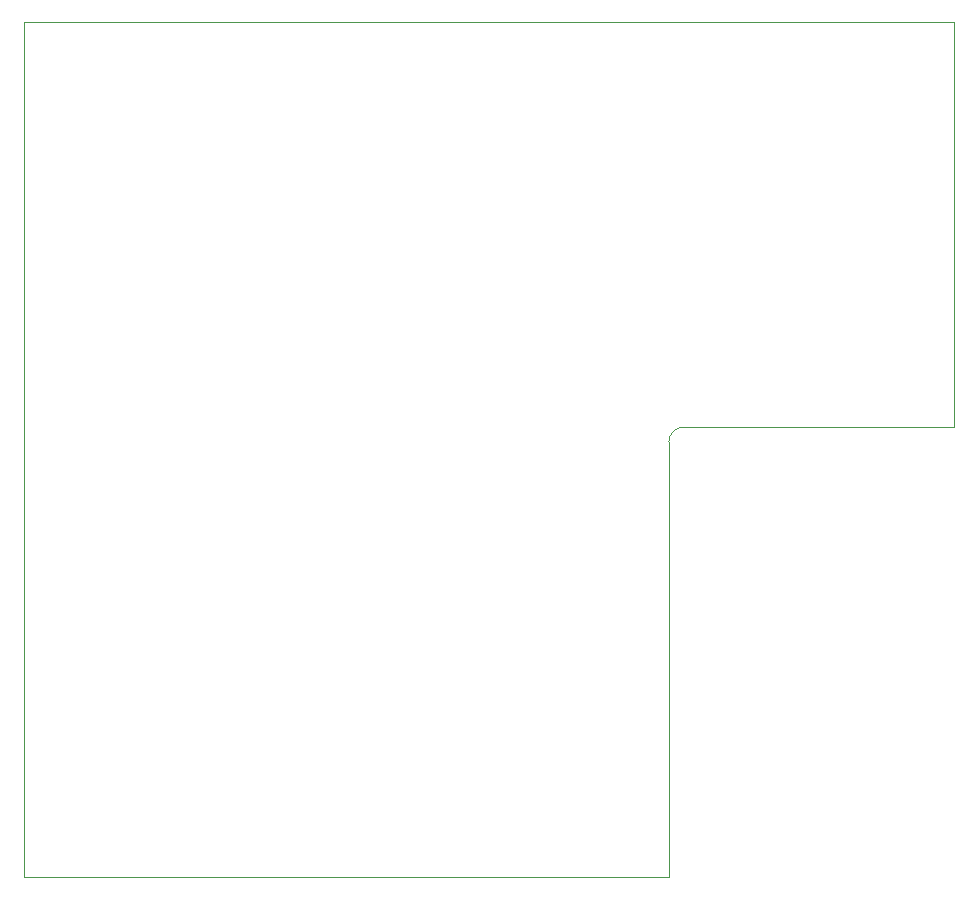
<source format=gm1>
G04 #@! TF.FileFunction,Profile,NP*
%FSLAX46Y46*%
G04 Gerber Fmt 4.6, Leading zero omitted, Abs format (unit mm)*
G04 Created by KiCad (PCBNEW (2016-04-11 BZR 6687, Git f239aee)-product) date 7/7/2016 5:08:46 PM*
%MOMM*%
G01*
G04 APERTURE LIST*
%ADD10C,0.100000*%
G04 APERTURE END LIST*
D10*
X90932000Y-13462000D02*
X90932000Y-12192000D01*
X12192000Y-13462000D02*
X12192000Y-12192000D01*
X68072000Y-46482000D02*
G75*
G03X66802000Y-47752000I0J-1270000D01*
G01*
X68072000Y-46482000D02*
X69342000Y-46482000D01*
X66802000Y-49022000D02*
X66802000Y-47752000D01*
X90932000Y-46482000D02*
X69342000Y-46482000D01*
X90932000Y-13462000D02*
X90932000Y-46482000D01*
X12192000Y-12192000D02*
X90932000Y-12192000D01*
X12192000Y-84582000D02*
X12192000Y-13462000D01*
X66802000Y-84582000D02*
X12192000Y-84582000D01*
X66802000Y-49022000D02*
X66802000Y-84582000D01*
M02*

</source>
